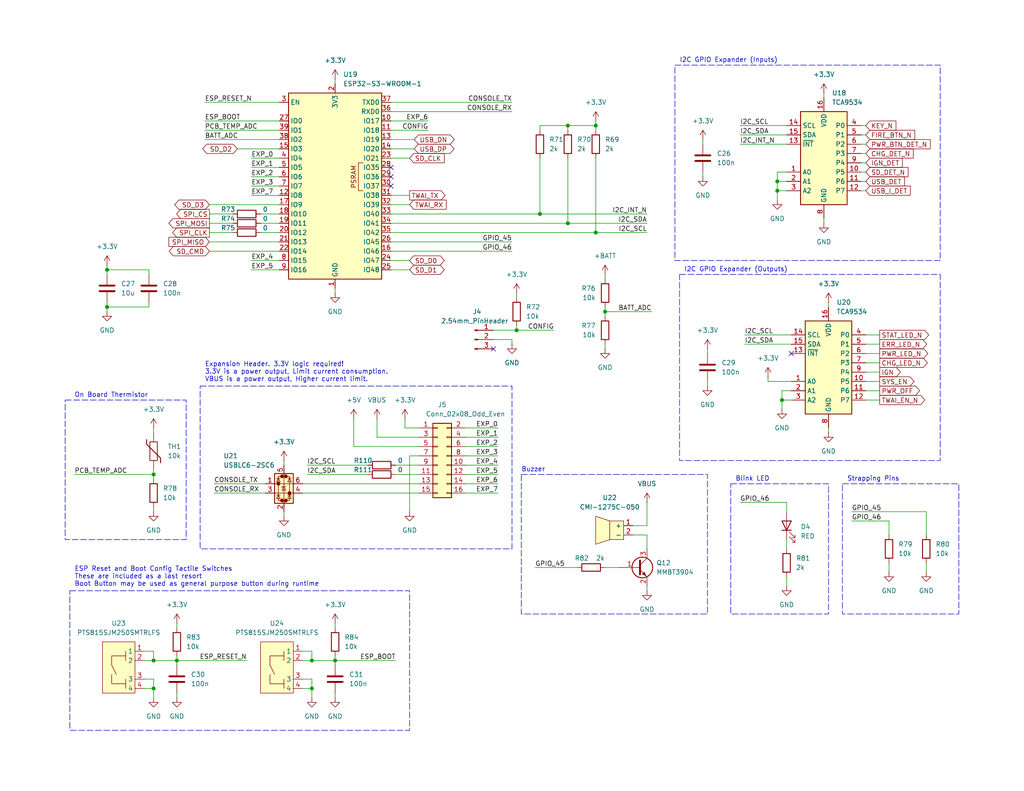
<source format=kicad_sch>
(kicad_sch (version 20231120) (generator "eeschema") (generator_version "8.0")
  (paper "A")
  (title_block (title "Unify") (date "2025-02-26") (rev "1") (company "Rocket Propulsion Group, UNL") (comment 1 "Jack Shaver"))
  (lib_symbols
    (symbol "Connector:Conn_01x03_Pin" (pin_names (offset 1.016) hide)
      (property "Reference" "J" (at 0 5.08 0))
      (property "Value" "Conn_01x03_Pin" (at 0 -5.08 0))
      (symbol "Conn_01x03_Pin_1_1"
        (pin passive line (at 5.08 2.54 180) (length 3.81) (name "Pin_1") (number "1"))
        (pin passive line (at 5.08 0 180) (length 3.81) (name "Pin_2") (number "2"))
        (pin passive line (at 5.08 -2.54 180) (length 3.81) (name "Pin_3") (number "3"))
      )
    )
    (symbol "Connector_Generic:Conn_02x08_Odd_Even" (pin_names (offset 1.016) hide)
      (property "Reference" "J" (at 1.27 10.16 0))
      (property "Value" "Conn_02x08_Odd_Even" (at 1.27 -12.7 0))
      (symbol "Conn_02x08_Odd_Even_1_1"
        (pin passive line (at -5.08 7.62 0) (length 3.81) (name "Pin_1") (number "1"))
        (pin passive line (at 7.62 -2.54 180) (length 3.81) (name "Pin_10") (number "10"))
        (pin passive line (at -5.08 -5.08 0) (length 3.81) (name "Pin_11") (number "11"))
        (pin passive line (at 7.62 -5.08 180) (length 3.81) (name "Pin_12") (number "12"))
        (pin passive line (at -5.08 -7.62 0) (length 3.81) (name "Pin_13") (number "13"))
        (pin passive line (at 7.62 -7.62 180) (length 3.81) (name "Pin_14") (number "14"))
        (pin passive line (at -5.08 -10.16 0) (length 3.81) (name "Pin_15") (number "15"))
        (pin passive line (at 7.62 -10.16 180) (length 3.81) (name "Pin_16") (number "16"))
        (pin passive line (at 7.62 7.62 180) (length 3.81) (name "Pin_2") (number "2"))
        (pin passive line (at -5.08 5.08 0) (length 3.81) (name "Pin_3") (number "3"))
        (pin passive line (at 7.62 5.08 180) (length 3.81) (name "Pin_4") (number "4"))
        (pin passive line (at -5.08 2.54 0) (length 3.81) (name "Pin_5") (number "5"))
        (pin passive line (at 7.62 2.54 180) (length 3.81) (name "Pin_6") (number "6"))
        (pin passive line (at -5.08 0 0) (length 3.81) (name "Pin_7") (number "7"))
        (pin passive line (at 7.62 0 180) (length 3.81) (name "Pin_8") (number "8"))
        (pin passive line (at -5.08 -2.54 0) (length 3.81) (name "Pin_9") (number "9"))
      )
    )
    (symbol "Device:C" (pin_numbers hide) (pin_names (offset 0.254))
      (property "Reference" "C" (at 0.635 2.54 0))
      (property "Value" "C" (at 0.635 -2.54 0))
      (symbol "C_1_1"
        (pin passive line (at 0 3.81 270) (length 2.794) (name "~") (number "1"))
        (pin passive line (at 0 -3.81 90) (length 2.794) (name "~") (number "2"))
      )
    )
    (symbol "Device:LED" (pin_numbers hide) (pin_names (offset 1.016) hide)
      (property "Reference" "D" (at 0 2.54 0))
      (property "Value" "LED" (at 0 -2.54 0))
      (symbol "LED_1_1"
        (pin passive line (at -3.81 0 0) (length 2.54) (name "K") (number "1"))
        (pin passive line (at 3.81 0 180) (length 2.54) (name "A") (number "2"))
      )
    )
    (symbol "Device:R" (pin_numbers hide) (pin_names (offset 0))
      (property "Reference" "R" (at 2.032 0 90))
      (property "Value" "R" (at 0 0 90))
      (symbol "R_1_1"
        (pin passive line (at 0 3.81 270) (length 1.27) (name "~") (number "1"))
        (pin passive line (at 0 -3.81 90) (length 1.27) (name "~") (number "2"))
      )
    )
    (symbol "Device:Thermistor" (pin_numbers hide) (pin_names (offset 0))
      (property "Reference" "TH" (at 2.54 1.27 90))
      (property "Value" "Thermistor" (at -2.54 0 90))
      (symbol "Thermistor_1_1"
        (pin passive line (at 0 5.08 270) (length 2.54) (name "~") (number "1"))
        (pin passive line (at 0 -5.08 90) (length 2.54) (name "~") (number "2"))
      )
    )
    (symbol "Interface_Expansion:TCA9534"
      (property "Reference" "U" (at -6.35 12.7 0))
      (property "Value" "TCA9534" (at 2.54 12.7 0))
      (symbol "TCA9534_1_1"
        (pin input line (at -10.16 -5.08 0) (length 3.81) (name "A0") (number "1"))
        (pin bidirectional line (at 10.16 -5.08 180) (length 3.81) (name "P5") (number "10"))
        (pin bidirectional line (at 10.16 -7.62 180) (length 3.81) (name "P6") (number "11"))
        (pin bidirectional line (at 10.16 -10.16 180) (length 3.81) (name "P7") (number "12"))
        (pin open_collector line (at -10.16 2.54 0) (length 3.81) (name "~{INT}") (number "13"))
        (pin input line (at -10.16 7.62 0) (length 3.81) (name "SCL") (number "14"))
        (pin bidirectional line (at -10.16 5.08 0) (length 3.81) (name "SDA") (number "15"))
        (pin power_in line (at 0 15.24 270) (length 3.81) (name "VDD") (number "16"))
        (pin input line (at -10.16 -7.62 0) (length 3.81) (name "A1") (number "2"))
        (pin input line (at -10.16 -10.16 0) (length 3.81) (name "A2") (number "3"))
        (pin bidirectional line (at 10.16 7.62 180) (length 3.81) (name "P0") (number "4"))
        (pin bidirectional line (at 10.16 5.08 180) (length 3.81) (name "P1") (number "5"))
        (pin bidirectional line (at 10.16 2.54 180) (length 3.81) (name "P2") (number "6"))
        (pin bidirectional line (at 10.16 0 180) (length 3.81) (name "P3") (number "7"))
        (pin power_in line (at 0 -17.78 90) (length 3.81) (name "GND") (number "8"))
        (pin bidirectional line (at 10.16 -2.54 180) (length 3.81) (name "P4") (number "9"))
      )
    )
    (symbol "Power_Protection:USBLC6-2SC6" (pin_names hide)
      (property "Reference" "U" (at 0.635 5.715 0))
      (property "Value" "USBLC6-2SC6" (at 0.635 3.81 0))
      (symbol "USBLC6-2SC6_1_1"
        (pin passive line (at -5.08 0 0) (length 2.54) (name "I/O1") (number "1"))
        (pin passive line (at 0 -7.62 90) (length 2.54) (name "GND") (number "2"))
        (pin passive line (at -5.08 -2.54 0) (length 2.54) (name "I/O2") (number "3"))
        (pin passive line (at 5.08 -2.54 180) (length 2.54) (name "I/O2") (number "4"))
        (pin passive line (at 0 5.08 270) (length 2.54) (name "VBUS") (number "5"))
        (pin passive line (at 5.08 0 180) (length 2.54) (name "I/O1") (number "6"))
      )
    )
    (symbol "RF_Module:ESP32-S3-WROOM-1"
      (property "Reference" "U" (at -12.7 26.67 0))
      (property "Value" "ESP32-S3-WROOM-1" (at 12.7 26.67 0))
      (symbol "ESP32-S3-WROOM-1_0_0"
        (text "PSRAM" (at 5.08 2.54 900) (effects (font (size 1.27 1.27))))
      )
      (symbol "ESP32-S3-WROOM-1_1_1"
        (pin power_in line (at 0 -27.94 90) (length 2.54) (name "GND") (number "1"))
        (pin bidirectional line (at 15.24 17.78 180) (length 2.54) (name "IO17") (number "10"))
        (pin bidirectional line (at 15.24 15.24 180) (length 2.54) (name "IO18") (number "11"))
        (pin bidirectional line (at -15.24 -2.54 0) (length 2.54) (name "IO8") (number "12"))
        (pin bidirectional line (at 15.24 12.7 180) (length 2.54) (name "IO19") (number "13"))
        (pin bidirectional line (at 15.24 10.16 180) (length 2.54) (name "IO20") (number "14"))
        (pin bidirectional line (at -15.24 10.16 0) (length 2.54) (name "IO3") (number "15"))
        (pin bidirectional line (at 15.24 -17.78 180) (length 2.54) (name "IO46") (number "16"))
        (pin bidirectional line (at -15.24 -5.08 0) (length 2.54) (name "IO9") (number "17"))
        (pin bidirectional line (at -15.24 -7.62 0) (length 2.54) (name "IO10") (number "18"))
        (pin bidirectional line (at -15.24 -10.16 0) (length 2.54) (name "IO11") (number "19"))
        (pin power_in line (at 0 27.94 270) (length 2.54) (name "3V3") (number "2"))
        (pin bidirectional line (at -15.24 -12.7 0) (length 2.54) (name "IO12") (number "20"))
        (pin bidirectional line (at -15.24 -15.24 0) (length 2.54) (name "IO13") (number "21"))
        (pin bidirectional line (at -15.24 -17.78 0) (length 2.54) (name "IO14") (number "22"))
        (pin bidirectional line (at 15.24 7.62 180) (length 2.54) (name "IO21") (number "23"))
        (pin bidirectional line (at 15.24 -20.32 180) (length 2.54) (name "IO47") (number "24"))
        (pin bidirectional line (at 15.24 -22.86 180) (length 2.54) (name "IO48") (number "25"))
        (pin bidirectional line (at 15.24 -15.24 180) (length 2.54) (name "IO45") (number "26"))
        (pin bidirectional line (at -15.24 17.78 0) (length 2.54) (name "IO0") (number "27"))
        (pin bidirectional line (at 15.24 5.08 180) (length 2.54) (name "IO35") (number "28"))
        (pin bidirectional line (at 15.24 2.54 180) (length 2.54) (name "IO36") (number "29"))
        (pin input line (at -15.24 22.86 0) (length 2.54) (name "EN") (number "3"))
        (pin bidirectional line (at 15.24 0 180) (length 2.54) (name "IO37") (number "30"))
        (pin bidirectional line (at 15.24 -2.54 180) (length 2.54) (name "IO38") (number "31"))
        (pin bidirectional line (at 15.24 -5.08 180) (length 2.54) (name "IO39") (number "32"))
        (pin bidirectional line (at 15.24 -7.62 180) (length 2.54) (name "IO40") (number "33"))
        (pin bidirectional line (at 15.24 -10.16 180) (length 2.54) (name "IO41") (number "34"))
        (pin bidirectional line (at 15.24 -12.7 180) (length 2.54) (name "IO42") (number "35"))
        (pin bidirectional line (at 15.24 20.32 180) (length 2.54) (name "RXD0") (number "36"))
        (pin bidirectional line (at 15.24 22.86 180) (length 2.54) (name "TXD0") (number "37"))
        (pin bidirectional line (at -15.24 12.7 0) (length 2.54) (name "IO2") (number "38"))
        (pin bidirectional line (at -15.24 15.24 0) (length 2.54) (name "IO1") (number "39"))
        (pin bidirectional line (at -15.24 7.62 0) (length 2.54) (name "IO4") (number "4"))
        (pin passive line (at 0 -27.94 90) (length 2.54) hide (name "GND") (number "40"))
        (pin passive line (at 0 -27.94 90) (length 2.54) hide (name "GND") (number "41"))
        (pin bidirectional line (at -15.24 5.08 0) (length 2.54) (name "IO5") (number "5"))
        (pin bidirectional line (at -15.24 2.54 0) (length 2.54) (name "IO6") (number "6"))
        (pin bidirectional line (at -15.24 0 0) (length 2.54) (name "IO7") (number "7"))
        (pin bidirectional line (at -15.24 -20.32 0) (length 2.54) (name "IO15") (number "8"))
        (pin bidirectional line (at -15.24 -22.86 0) (length 2.54) (name "IO16") (number "9"))
      )
    )
    (symbol "Transistor_BJT:MMBT3904" (pin_names (offset 0) hide)
      (property "Reference" "Q" (at 5.08 1.905 0))
      (property "Value" "MMBT3904" (at 5.08 0 0))
      (symbol "MMBT3904_1_1"
        (pin input line (at -5.08 0 0) (length 5.715) (name "B") (number "1"))
        (pin passive line (at 2.54 -5.08 90) (length 2.54) (name "E") (number "2"))
        (pin passive line (at 2.54 5.08 270) (length 2.54) (name "C") (number "3"))
      )
    )
    (symbol "Unify:CMI-1275C-050"
      (property "Reference" "U" (at -0.508 3.556 0))
      (property "Value" "CMI-1275C-050" (at -0.508 0.254 0))
      (symbol "CMI-1275C-050_0_0"
        (pin unspecified line (at -6.35 -3.81 0) (length 2.54) (name "+") (number "1"))
        (pin unspecified line (at -6.35 -6.35 0) (length 2.54) (name "-") (number "2"))
      )
    )
    (symbol "Unify:PTS815SJM250SMTRLFS"
      (property "Reference" "U" (at -0.254 8.128 0))
      (property "Value" "PTS815SJM250SMTRLFS" (at 0.762 6.096 0))
      (symbol "PTS815SJM250SMTRLFS_1_1"
        (pin input line (at 8.89 2.54 180) (length 2.54) (name "1") (number "1"))
        (pin input line (at 8.89 0 180) (length 2.54) (name "2") (number "2"))
        (pin input line (at 8.89 -5.08 180) (length 2.54) (name "3") (number "3"))
        (pin input line (at 8.89 -7.62 180) (length 2.54) (name "4") (number "4"))
      )
    )
    (symbol "power:+3.3V" (power) (pin_numbers hide) (pin_names (offset 0) hide)
      (property "Value" "+3.3V" (at 0 3.556 0))
      (symbol "+3.3V_1_1"
        (pin power_in line (at 0 0 90) (length 0) (name "~") (number "1"))
      )
    )
    (symbol "power:+5V" (power) (pin_numbers hide) (pin_names (offset 0) hide)
      (property "Value" "+5V" (at 0 3.556 0))
      (symbol "+5V_1_1"
        (pin power_in line (at 0 0 90) (length 0) (name "~") (number "1"))
      )
    )
    (symbol "power:+BATT" (power) (pin_numbers hide) (pin_names (offset 0) hide)
      (property "Value" "+BATT" (at 0 3.556 0))
      (symbol "+BATT_1_1"
        (pin power_in line (at 0 0 90) (length 0) (name "~") (number "1"))
      )
    )
    (symbol "power:GND" (power) (pin_numbers hide) (pin_names (offset 0) hide)
      (property "Value" "GND" (at 0 -3.81 0))
      (symbol "GND_1_1"
        (pin power_in line (at 0 0 270) (length 0) (name "~") (number "1"))
      )
    )
    (symbol "power:VBUS" (power) (pin_numbers hide) (pin_names (offset 0) hide)
      (property "Value" "VBUS" (at 0 3.556 0))
      (symbol "VBUS_1_1"
        (pin power_in line (at 0 0 90) (length 0) (name "~") (number "1"))
      )
    )
  )
  (junction (at 213.36 109.22))
  (junction (at 162.56 34.29))
  (junction (at 162.56 63.5))
  (junction (at 154.94 34.29))
  (junction (at 41.91 187.96))
  (junction (at 29.21 73.66))
  (junction (at 140.97 90.17))
  (junction (at 29.21 83.82))
  (junction (at 212.09 49.53))
  (junction (at 85.09 180.34))
  (junction (at 165.1 85.09))
  (junction (at 154.94 60.96))
  (junction (at 85.09 187.96))
  (junction (at 41.91 129.54))
  (junction (at 48.26 180.34))
  (junction (at 91.44 180.34))
  (junction (at 147.32 58.42))
  (junction (at 41.91 180.34))
  (junction (at 212.09 52.07))
  (no_connect (at 106.68 50.8))
  (no_connect (at 134.62 95.25))
  (no_connect (at 215.9 96.52))
  (no_connect (at 106.68 45.72))
  (no_connect (at 106.68 48.26))
  (wire (pts (xy 135.89 121.92) (xy 127 121.92)))
  (wire (pts (xy 154.94 60.96) (xy 176.53 60.96)))
  (wire (pts (xy 209.55 104.14) (xy 215.9 104.14)))
  (wire (pts (xy 102.87 119.38) (xy 114.3 119.38)))
  (wire (pts (xy 224.79 59.69) (xy 224.79 60.96)))
  (wire (pts (xy 111.76 55.88) (xy 106.68 55.88)))
  (wire (pts (xy 113.03 38.1) (xy 106.68 38.1)))
  (wire (pts (xy 68.58 71.12) (xy 76.2 71.12)))
  (wire (pts (xy 201.93 34.29) (xy 214.63 34.29)))
  (wire (pts (xy 64.77 40.64) (xy 76.2 40.64)))
  (wire (pts (xy 236.22 49.53) (xy 234.95 49.53)))
  (wire (pts (xy 111.76 73.66) (xy 106.68 73.66)))
  (wire (pts (xy 57.15 63.5) (xy 63.5 63.5)))
  (wire (pts (xy 135.89 129.54) (xy 127 129.54)))
  (wire (pts (xy 77.47 139.7) (xy 77.47 140.97)))
  (wire (pts (xy 236.22 44.45) (xy 234.95 44.45)))
  (wire (pts (xy 154.94 34.29) (xy 154.94 35.56)))
  (wire (pts (xy 57.15 58.42) (xy 63.5 58.42)))
  (wire (pts (xy 106.68 30.48) (xy 139.7 30.48)))
  (wire (pts (xy 39.37 177.8) (xy 41.91 177.8)))
  (wire (pts (xy 234.95 39.37) (xy 236.22 39.37)))
  (wire (pts (xy 154.94 43.18) (xy 154.94 60.96)))
  (wire (pts (xy 203.2 91.44) (xy 215.9 91.44)))
  (wire (pts (xy 72.39 132.08) (xy 58.42 132.08)))
  (wire (pts (xy 236.22 101.6) (xy 240.03 101.6)))
  (wire (pts (xy 85.09 177.8) (xy 85.09 180.34)))
  (wire (pts (xy 91.44 179.07) (xy 91.44 180.34)))
  (wire (pts (xy 240.03 93.98) (xy 236.22 93.98)))
  (wire (pts (xy 102.87 114.3) (xy 102.87 119.38)))
  (wire (pts (xy 110.49 116.84) (xy 114.3 116.84)))
  (wire (pts (xy 41.91 129.54) (xy 41.91 130.81)))
  (wire (pts (xy 106.68 27.94) (xy 139.7 27.94)))
  (wire (pts (xy 96.52 121.92) (xy 114.3 121.92)))
  (wire (pts (xy 165.1 95.25) (xy 165.1 93.98)))
  (wire (pts (xy 111.76 71.12) (xy 106.68 71.12)))
  (wire (pts (xy 224.79 25.4) (xy 224.79 26.67)))
  (wire (pts (xy 55.88 33.02) (xy 76.2 33.02)))
  (wire (pts (xy 193.04 95.25) (xy 193.04 96.52)))
  (wire (pts (xy 232.41 139.7) (xy 252.73 139.7)))
  (wire (pts (xy 240.03 96.52) (xy 236.22 96.52)))
  (wire (pts (xy 41.91 138.43) (xy 41.91 139.7)))
  (wire (pts (xy 71.12 60.96) (xy 76.2 60.96)))
  (wire (pts (xy 162.56 63.5) (xy 176.53 63.5)))
  (wire (pts (xy 147.32 58.42) (xy 176.53 58.42)))
  (wire (pts (xy 20.32 129.54) (xy 41.91 129.54)))
  (wire (pts (xy 135.89 127) (xy 127 127)))
  (wire (pts (xy 147.32 43.18) (xy 147.32 58.42)))
  (wire (pts (xy 48.26 180.34) (xy 48.26 181.61)))
  (wire (pts (xy 212.09 46.99) (xy 214.63 46.99)))
  (wire (pts (xy 214.63 147.32) (xy 214.63 149.86)))
  (wire (pts (xy 212.09 49.53) (xy 212.09 46.99)))
  (wire (pts (xy 91.44 21.59) (xy 91.44 22.86)))
  (wire (pts (xy 82.55 180.34) (xy 85.09 180.34)))
  (wire (pts (xy 40.64 83.82) (xy 29.21 83.82)))
  (wire (pts (xy 41.91 180.34) (xy 48.26 180.34)))
  (wire (pts (xy 107.95 129.54) (xy 114.3 129.54)))
  (wire (pts (xy 106.68 35.56) (xy 116.84 35.56)))
  (wire (pts (xy 242.57 142.24) (xy 242.57 146.05)))
  (wire (pts (xy 85.09 180.34) (xy 91.44 180.34)))
  (wire (pts (xy 134.62 92.71) (xy 139.7 92.71)))
  (wire (pts (xy 71.12 63.5) (xy 76.2 63.5)))
  (wire (pts (xy 191.77 46.99) (xy 191.77 48.26)))
  (wire (pts (xy 226.06 116.84) (xy 226.06 118.11)))
  (wire (pts (xy 111.76 43.18) (xy 106.68 43.18)))
  (wire (pts (xy 106.68 60.96) (xy 154.94 60.96)))
  (wire (pts (xy 201.93 36.83) (xy 214.63 36.83)))
  (wire (pts (xy 135.89 124.46) (xy 127 124.46)))
  (wire (pts (xy 236.22 104.14) (xy 240.03 104.14)))
  (wire (pts (xy 111.76 53.34) (xy 106.68 53.34)))
  (wire (pts (xy 82.55 187.96) (xy 85.09 187.96)))
  (wire (pts (xy 91.44 170.18) (xy 91.44 171.45)))
  (wire (pts (xy 83.82 129.54) (xy 100.33 129.54)))
  (wire (pts (xy 91.44 180.34) (xy 107.95 180.34)))
  (wire (pts (xy 111.76 124.46) (xy 114.3 124.46)))
  (wire (pts (xy 236.22 52.07) (xy 234.95 52.07)))
  (wire (pts (xy 214.63 157.48) (xy 214.63 160.02)))
  (wire (pts (xy 48.26 189.23) (xy 48.26 190.5)))
  (wire (pts (xy 48.26 179.07) (xy 48.26 180.34)))
  (wire (pts (xy 140.97 88.9) (xy 140.97 90.17)))
  (wire (pts (xy 68.58 50.8) (xy 76.2 50.8)))
  (wire (pts (xy 162.56 43.18) (xy 162.56 63.5)))
  (wire (pts (xy 48.26 170.18) (xy 48.26 171.45)))
  (wire (pts (xy 135.89 132.08) (xy 127 132.08)))
  (wire (pts (xy 82.55 177.8) (xy 85.09 177.8)))
  (wire (pts (xy 40.64 74.93) (xy 40.64 73.66)))
  (wire (pts (xy 72.39 134.62) (xy 58.42 134.62)))
  (wire (pts (xy 106.68 66.04) (xy 139.7 66.04)))
  (wire (pts (xy 41.91 177.8) (xy 41.91 180.34)))
  (wire (pts (xy 212.09 54.61) (xy 212.09 52.07)))
  (wire (pts (xy 213.36 111.76) (xy 213.36 109.22)))
  (wire (pts (xy 110.49 114.3) (xy 110.49 116.84)))
  (wire (pts (xy 151.13 90.17) (xy 140.97 90.17)))
  (wire (pts (xy 234.95 34.29) (xy 236.22 34.29)))
  (wire (pts (xy 29.21 82.55) (xy 29.21 83.82)))
  (wire (pts (xy 40.64 73.66) (xy 29.21 73.66)))
  (wire (pts (xy 41.91 116.84) (xy 41.91 118.11)))
  (wire (pts (xy 41.91 187.96) (xy 41.91 190.5)))
  (wire (pts (xy 91.44 180.34) (xy 91.44 181.61)))
  (wire (pts (xy 107.95 127) (xy 114.3 127)))
  (wire (pts (xy 212.09 49.53) (xy 214.63 49.53)))
  (wire (pts (xy 176.53 160.02) (xy 176.53 161.29)))
  (wire (pts (xy 234.95 36.83) (xy 236.22 36.83)))
  (wire (pts (xy 135.89 116.84) (xy 127 116.84)))
  (wire (pts (xy 111.76 124.46) (xy 111.76 139.7)))
  (wire (pts (xy 113.03 40.64) (xy 106.68 40.64)))
  (wire (pts (xy 106.68 58.42) (xy 147.32 58.42)))
  (wire (pts (xy 140.97 80.01) (xy 140.97 81.28)))
  (wire (pts (xy 57.15 60.96) (xy 63.5 60.96)))
  (wire (pts (xy 162.56 34.29) (xy 162.56 35.56)))
  (wire (pts (xy 85.09 187.96) (xy 85.09 190.5)))
  (wire (pts (xy 82.55 185.42) (xy 85.09 185.42)))
  (wire (pts (xy 39.37 180.34) (xy 41.91 180.34)))
  (wire (pts (xy 232.41 142.24) (xy 242.57 142.24)))
  (wire (pts (xy 252.73 139.7) (xy 252.73 146.05)))
  (wire (pts (xy 176.53 146.05) (xy 172.72 146.05)))
  (wire (pts (xy 106.68 63.5) (xy 162.56 63.5)))
  (wire (pts (xy 236.22 109.22) (xy 240.03 109.22)))
  (wire (pts (xy 203.2 93.98) (xy 215.9 93.98)))
  (wire (pts (xy 106.68 68.58) (xy 139.7 68.58)))
  (wire (pts (xy 213.36 109.22) (xy 215.9 109.22)))
  (wire (pts (xy 82.55 132.08) (xy 114.3 132.08)))
  (wire (pts (xy 212.09 52.07) (xy 212.09 49.53)))
  (wire (pts (xy 201.93 39.37) (xy 214.63 39.37)))
  (wire (pts (xy 91.44 80.01) (xy 91.44 78.74)))
  (wire (pts (xy 91.44 189.23) (xy 91.44 190.5)))
  (wire (pts (xy 162.56 33.02) (xy 162.56 34.29)))
  (wire (pts (xy 29.21 73.66) (xy 29.21 74.93)))
  (wire (pts (xy 57.15 55.88) (xy 76.2 55.88)))
  (wire (pts (xy 29.21 72.39) (xy 29.21 73.66)))
  (wire (pts (xy 41.91 128.27) (xy 41.91 129.54)))
  (wire (pts (xy 165.1 74.93) (xy 165.1 76.2)))
  (wire (pts (xy 140.97 90.17) (xy 134.62 90.17)))
  (wire (pts (xy 127 134.62) (xy 135.89 134.62)))
  (wire (pts (xy 57.15 66.04) (xy 76.2 66.04)))
  (wire (pts (xy 240.03 99.06) (xy 236.22 99.06)))
  (wire (pts (xy 40.64 82.55) (xy 40.64 83.82)))
  (wire (pts (xy 68.58 43.18) (xy 76.2 43.18)))
  (wire (pts (xy 82.55 134.62) (xy 114.3 134.62)))
  (wire (pts (xy 214.63 137.16) (xy 214.63 139.7)))
  (wire (pts (xy 213.36 109.22) (xy 213.36 106.68)))
  (wire (pts (xy 77.47 125.73) (xy 77.47 127)))
  (wire (pts (xy 240.03 106.68) (xy 236.22 106.68)))
  (wire (pts (xy 252.73 153.67) (xy 252.73 156.21)))
  (wire (pts (xy 242.57 153.67) (xy 242.57 156.21)))
  (wire (pts (xy 106.68 33.02) (xy 116.84 33.02)))
  (wire (pts (xy 68.58 73.66) (xy 76.2 73.66)))
  (wire (pts (xy 201.93 137.16) (xy 214.63 137.16)))
  (wire (pts (xy 135.89 119.38) (xy 127 119.38)))
  (wire (pts (xy 39.37 185.42) (xy 41.91 185.42)))
  (wire (pts (xy 55.88 35.56) (xy 76.2 35.56)))
  (wire (pts (xy 212.09 52.07) (xy 214.63 52.07)))
  (wire (pts (xy 177.8 85.09) (xy 165.1 85.09)))
  (wire (pts (xy 165.1 154.94) (xy 168.91 154.94)))
  (wire (pts (xy 165.1 85.09) (xy 165.1 83.82)))
  (wire (pts (xy 209.55 102.87) (xy 209.55 104.14)))
  (wire (pts (xy 68.58 53.34) (xy 76.2 53.34)))
  (wire (pts (xy 85.09 185.42) (xy 85.09 187.96)))
  (wire (pts (xy 147.32 35.56) (xy 147.32 34.29)))
  (wire (pts (xy 154.94 34.29) (xy 162.56 34.29)))
  (wire (pts (xy 57.15 68.58) (xy 76.2 68.58)))
  (wire (pts (xy 213.36 106.68) (xy 215.9 106.68)))
  (wire (pts (xy 176.53 137.16) (xy 176.53 143.51)))
  (wire (pts (xy 236.22 46.99) (xy 234.95 46.99)))
  (wire (pts (xy 83.82 127) (xy 100.33 127)))
  (wire (pts (xy 71.12 58.42) (xy 76.2 58.42)))
  (wire (pts (xy 41.91 187.96) (xy 39.37 187.96)))
  (wire (pts (xy 193.04 104.14) (xy 193.04 105.41)))
  (wire (pts (xy 139.7 92.71) (xy 139.7 93.98)))
  (wire (pts (xy 176.53 143.51) (xy 172.72 143.51)))
  (wire (pts (xy 68.58 45.72) (xy 76.2 45.72)))
  (wire (pts (xy 146.05 154.94) (xy 157.48 154.94)))
  (wire (pts (xy 240.03 91.44) (xy 236.22 91.44)))
  (wire (pts (xy 55.88 27.94) (xy 76.2 27.94)))
  (wire (pts (xy 96.52 114.3) (xy 96.52 121.92)))
  (wire (pts (xy 191.77 38.1) (xy 191.77 39.37)))
  (wire (pts (xy 176.53 146.05) (xy 176.53 149.86)))
  (wire (pts (xy 165.1 86.36) (xy 165.1 85.09)))
  (wire (pts (xy 41.91 185.42) (xy 41.91 187.96)))
  (wire (pts (xy 226.06 82.55) (xy 226.06 83.82)))
  (wire (pts (xy 147.32 34.29) (xy 154.94 34.29)))
  (wire (pts (xy 55.88 38.1) (xy 76.2 38.1)))
  (wire (pts (xy 68.58 48.26) (xy 76.2 48.26)))
  (wire (pts (xy 29.21 83.82) (xy 29.21 85.09)))
  (wire (pts (xy 236.22 41.91) (xy 234.95 41.91)))
  (wire (pts (xy 48.26 180.34) (xy 67.31 180.34)))
  (rectangle (start 19.05 161.29) (end 111.76 199.39) (stroke (width 0) (type dash)))
  (rectangle (start 184.15 17.78) (end 256.54 71.12) (stroke (width 0) (type dash)))
  (rectangle (start 54.61 105.41) (end 139.7 149.86) (stroke (width 0) (type dash)))
  (rectangle (start 142.24 129.54) (end 193.04 167.64) (stroke (width 0) (type dash)))
  (rectangle (start 229.87 132.08) (end 261.62 167.64) (stroke (width 0) (type dash)))
  (rectangle (start 185.42 74.93) (end 256.54 125.73) (stroke (width 0) (type dash)))
  (rectangle (start 17.78 109.22) (end 50.8 147.32) (stroke (width 0) (type dash)))
  (rectangle (start 199.39 132.08) (end 226.06 167.64) (stroke (width 0) (type dash)))
  (text "On Board Thermistor" (at 20.32 107.95 0) (effects (font (size 1.27 1.27)) (justify left)))
  (text "Strapping Pins" (at 231.14 130.81 0) (effects (font (size 1.27 1.27)) (justify left)))
  (text "Expansion Header. 3.3V logic required!\n3.3V is a power output, Limit current consumption.\nVBUS is a power output, Higher current limit. " (at 55.88 101.6 0) (effects (font (size 1.27 1.27)) (justify left)))
  (text "Buzzer" (at 142.24 128.27 0) (effects (font (size 1.27 1.27)) (justify left)))
  (text "ESP Reset and Boot Config Tactile Switches\nThese are included as a last resort\nBoot Button may be used as general purpose button during runtime" (at 20.32 157.48 0) (effects (font (size 1.27 1.27)) (justify left)))
  (text "I2C GPIO Expander (Outputs)" (at 186.69 73.66 0) (effects (font (size 1.27 1.27)) (justify left)))
  (text "I2C GPIO Expander (Inputs)" (at 185.42 16.51 0) (effects (font (size 1.27 1.27)) (justify left)))
  (text "Blink LED" (at 200.66 130.81 0) (effects (font (size 1.27 1.27)) (justify left)))
  (label "EXP_4" (at 68.58 71.12 0))
  (label "EXP_3" (at 135.89 124.46 180))
  (label "CONSOLE_TX" (at 139.7 27.94 180))
  (label "CONSOLE_TX" (at 58.42 132.08 0))
  (label "PCB_TEMP_ADC" (at 55.88 35.56 0))
  (label "EXP_6" (at 135.89 132.08 180))
  (label "CONSOLE_RX" (at 58.42 134.62 0))
  (label "EXP_5" (at 135.89 129.54 180))
  (label "EXP_4" (at 135.89 127 180))
  (label "CONFIG" (at 151.13 90.17 180))
  (label "I2C_SDA" (at 203.2 93.98 0))
  (label "BATT_ADC" (at 55.88 38.1 0))
  (label "EXP_5" (at 68.58 73.66 0))
  (label "I2C_SDA" (at 83.82 129.54 0))
  (label "EXP_7" (at 135.89 134.62 180))
  (label "EXP_1" (at 68.58 45.72 0))
  (label "I2C_INT_N" (at 201.93 39.37 0))
  (label "GPIO_46" (at 139.7 68.58 180))
  (label "ESP_RESET_N" (at 67.31 180.34 180))
  (label "BATT_ADC" (at 177.8 85.09 180))
  (label "EXP_6" (at 116.84 33.02 180))
  (label "EXP_2" (at 135.89 121.92 180))
  (label "GPIO_45" (at 146.05 154.94 0))
  (label "PCB_TEMP_ADC" (at 20.32 129.54 0))
  (label "I2C_INT_N" (at 176.53 58.42 180))
  (label "I2C_SCL" (at 201.93 34.29 0))
  (label "GPIO_46" (at 232.41 142.24 0))
  (label "I2C_SCL" (at 203.2 91.44 0))
  (label "I2C_SDA" (at 201.93 36.83 0))
  (label "ESP_BOOT" (at 55.88 33.02 0))
  (label "I2C_SCL" (at 176.53 63.5 180))
  (label "I2C_SDA" (at 176.53 60.96 180))
  (label "ESP_RESET_N" (at 55.88 27.94 0))
  (label "GPIO_46" (at 201.93 137.16 0))
  (label "EXP_2" (at 68.58 48.26 0))
  (label "EXP_1" (at 135.89 119.38 180))
  (label "EXP_0" (at 135.89 116.84 180))
  (label "CONSOLE_RX" (at 139.7 30.48 180))
  (label "CONFIG" (at 116.84 35.56 180))
  (label "EXP_0" (at 68.58 43.18 0))
  (label "GPIO_45" (at 232.41 139.7 0))
  (label "ESP_BOOT" (at 107.95 180.34 180))
  (label "EXP_7" (at 68.58 53.34 0))
  (label "EXP_3" (at 68.58 50.8 0))
  (label "GPIO_45" (at 139.7 66.04 180))
  (label "I2C_SCL" (at 83.82 127 0))
  (global_label "PWR_LED_N" (shape output) (at 240.03 96.52 0) (property "Intersheetrefs" "${INTERSHEET_REFS}" (effects (hide yes))))
  (global_label "CHG_DET_N" (shape input) (at 236.22 41.91 0) (property "Intersheetrefs" "${INTERSHEET_REFS}" (effects (hide yes))))
  (global_label "STAT_LED_N" (shape output) (at 240.03 91.44 0) (property "Intersheetrefs" "${INTERSHEET_REFS}" (effects (hide yes))))
  (global_label "SPI_MOSI" (shape output) (at 57.15 60.96 180) (property "Intersheetrefs" "${INTERSHEET_REFS}" (effects (hide yes))))
  (global_label "IGN" (shape output) (at 240.03 101.6 0) (property "Intersheetrefs" "${INTERSHEET_REFS}" (effects (hide yes))))
  (global_label "SPI_CLK" (shape output) (at 57.15 63.5 180) (property "Intersheetrefs" "${INTERSHEET_REFS}" (effects (hide yes))))
  (global_label "USB_DP" (shape bidirectional) (at 113.03 40.64 0) (property "Intersheetrefs" "${INTERSHEET_REFS}" (effects (hide yes))))
  (global_label "USB_DN" (shape bidirectional) (at 113.03 38.1 0) (property "Intersheetrefs" "${INTERSHEET_REFS}" (effects (hide yes))))
  (global_label "PWR_BTN_DET_N" (shape input) (at 236.22 39.37 0) (property "Intersheetrefs" "${INTERSHEET_REFS}" (effects (hide yes))))
  (global_label "SD_DET_N" (shape input) (at 236.22 46.99 0) (property "Intersheetrefs" "${INTERSHEET_REFS}" (effects (hide yes))))
  (global_label "SYS_EN" (shape output) (at 240.03 104.14 0) (property "Intersheetrefs" "${INTERSHEET_REFS}" (effects (hide yes))))
  (global_label "CHG_LED_N" (shape output) (at 240.03 99.06 0) (property "Intersheetrefs" "${INTERSHEET_REFS}" (effects (hide yes))))
  (global_label "TWAI_TX" (shape output) (at 111.76 53.34 0) (property "Intersheetrefs" "${INTERSHEET_REFS}" (effects (hide yes))))
  (global_label "ERR_LED_N" (shape output) (at 240.03 93.98 0) (property "Intersheetrefs" "${INTERSHEET_REFS}" (effects (hide yes))))
  (global_label "SD_CMD" (shape bidirectional) (at 57.15 68.58 180) (property "Intersheetrefs" "${INTERSHEET_REFS}" (effects (hide yes))))
  (global_label "SD_D0" (shape bidirectional) (at 111.76 71.12 0) (property "Intersheetrefs" "${INTERSHEET_REFS}" (effects (hide yes))))
  (global_label "USB_I_DET" (shape input) (at 236.22 52.07 0) (property "Intersheetrefs" "${INTERSHEET_REFS}" (effects (hide yes))))
  (global_label "SD_D1" (shape bidirectional) (at 111.76 73.66 0) (property "Intersheetrefs" "${INTERSHEET_REFS}" (effects (hide yes))))
  (global_label "SPI_CS" (shape output) (at 57.15 58.42 180) (property "Intersheetrefs" "${INTERSHEET_REFS}" (effects (hide yes))))
  (global_label "SD_D3" (shape bidirectional) (at 57.15 55.88 180) (property "Intersheetrefs" "${INTERSHEET_REFS}" (effects (hide yes))))
  (global_label "USB_DET" (shape input) (at 236.22 49.53 0) (property "Intersheetrefs" "${INTERSHEET_REFS}" (effects (hide yes))))
  (global_label "TWAI_RX" (shape input) (at 111.76 55.88 0) (property "Intersheetrefs" "${INTERSHEET_REFS}" (effects (hide yes))))
  (global_label "SD_CLK" (shape input) (at 111.76 43.18 0) (property "Intersheetrefs" "${INTERSHEET_REFS}" (effects (hide yes))))
  (global_label "TWAI_EN_N" (shape output) (at 240.03 109.22 0) (property "Intersheetrefs" "${INTERSHEET_REFS}" (effects (hide yes))))
  (global_label "FIRE_BTN_N" (shape input) (at 236.22 36.83 0) (property "Intersheetrefs" "${INTERSHEET_REFS}" (effects (hide yes))))
  (global_label "IGN_DET" (shape input) (at 236.22 44.45 0) (property "Intersheetrefs" "${INTERSHEET_REFS}" (effects (hide yes))))
  (global_label "PWR_OFF" (shape output) (at 240.03 106.68 0) (property "Intersheetrefs" "${INTERSHEET_REFS}" (effects (hide yes))))
  (global_label "KEY_N" (shape input) (at 236.22 34.29 0) (property "Intersheetrefs" "${INTERSHEET_REFS}" (effects (hide yes))))
  (global_label "SPI_MISO" (shape input) (at 57.15 66.04 180) (property "Intersheetrefs" "${INTERSHEET_REFS}" (effects (hide yes))))
  (global_label "SD_D2" (shape bidirectional) (at 64.77 40.64 180) (property "Intersheetrefs" "${INTERSHEET_REFS}" (effects (hide yes))))
  (symbol (lib_id "Unify:PTS815SJM250SMTRLFS") (at 73.66 180.34 0) (unit 1)
    (property "Reference" "U24" (at 75.565 170.18 0))
    (property "Value" "PTS815SJM250SMTRLFS" (at 75.565 172.72 0))
    (property "Footprint" "Unify:PTS815SJM250SMTRLFS" (effects (hide yes)))
    (property "Description" "Tactile Switch SMT" (effects (hide yes)))
  )
  (symbol (lib_id "Transistor_BJT:MMBT3904") (at 173.99 154.94 0) (unit 1)
    (property "Reference" "Q12" (at 179.07 153.6699 0) (effects (justify left)))
    (property "Value" "MMBT3904" (at 179.07 156.2099 0) (effects (justify left)))
    (property "Footprint" "Package_TO_SOT_SMD:SOT-23" (effects (hide yes)))
    (property "Datasheet" "https://www.onsemi.com/pdf/datasheet/pzt3904-d.pdf" (effects (hide yes)))
    (property "Description" "0.2A Ic, 40V Vce, Small Signal NPN Transistor, SOT-23" (effects (hide yes)))
  )
  (symbol (lib_id "power:+3.3V") (at 209.55 102.87 0) (unit 1)
    (property "Reference" "#PWR0110" (effects (hide yes)))
    (property "Value" "+3.3V" (at 209.55 97.79 0))
    (property "Description" "Power symbol creates a global label with name \"+3.3V\"" (effects (hide yes)))
  )
  (symbol (lib_id "Device:R") (at 165.1 90.17 0) (mirror y) (unit 1)
    (property "Reference" "R77" (at 162.56 88.8999 0) (effects (justify left)))
    (property "Value" "10k" (at 162.56 91.4399 0) (effects (justify left)))
    (property "Footprint" "Resistor_SMD:R_0603_1608Metric" (effects (hide yes)))
    (property "Description" "Resistor" (effects (hide yes)))
  )
  (symbol (lib_id "power:+3.3V") (at 191.77 38.1 0) (unit 1)
    (property "Reference" "#PWR098" (effects (hide yes)))
    (property "Value" "+3.3V" (at 191.77 33.02 0))
    (property "Description" "Power symbol creates a global label with name \"+3.3V\"" (effects (hide yes)))
  )
  (symbol (lib_id "Device:R") (at 67.31 58.42 90) (unit 1)
    (property "Reference" "R73" (at 62.23 57.15 90))
    (property "Value" "0" (at 72.39 57.15 90))
    (property "Footprint" "Resistor_SMD:R_0603_1608Metric" (effects (hide yes)))
    (property "Description" "Resistor" (effects (hide yes)))
  )
  (symbol (lib_id "Device:R") (at 48.26 175.26 0) (unit 1)
    (property "Reference" "R83" (at 50.8 173.9899 0) (effects (justify left)))
    (property "Value" "10k" (at 50.8 176.5299 0) (effects (justify left)))
    (property "Footprint" "Resistor_SMD:R_0603_1608Metric" (effects (hide yes)))
    (property "Description" "Resistor" (effects (hide yes)))
  )
  (symbol (lib_id "Device:LED") (at 214.63 143.51 90) (unit 1)
    (property "Reference" "D4" (at 218.44 143.8274 90) (effects (justify right)))
    (property "Value" "RED" (at 218.44 146.3674 90) (effects (justify right)))
    (property "Footprint" "LED_SMD:LED_0603_1608Metric" (effects (hide yes)))
    (property "Description" "Light emitting diode" (effects (hide yes)))
  )
  (symbol (lib_id "Device:C") (at 29.21 78.74 0) (unit 1)
    (property "Reference" "C27" (at 33.02 77.4699 0) (effects (justify left)))
    (property "Value" "10u" (at 33.02 80.0099 0) (effects (justify left)))
    (property "Footprint" "Capacitor_SMD:C_0603_1608Metric" (effects (hide yes)))
    (property "Description" "Unpolarized capacitor" (effects (hide yes)))
  )
  (symbol (lib_id "Device:R") (at 252.73 149.86 0) (unit 1)
    (property "Reference" "R80" (at 255.27 148.5899 0) (effects (justify left)))
    (property "Value" "10k" (at 255.27 151.1299 0) (effects (justify left)))
    (property "Footprint" "Resistor_SMD:R_0603_1608Metric" (effects (hide yes)))
    (property "Description" "Resistor" (effects (hide yes)))
  )
  (symbol (lib_id "Device:R") (at 67.31 60.96 90) (unit 1)
    (property "Reference" "R74" (at 62.23 59.69 90))
    (property "Value" "0" (at 72.39 59.69 90))
    (property "Footprint" "Resistor_SMD:R_0603_1608Metric" (effects (hide yes)))
    (property "Description" "Resistor" (effects (hide yes)))
  )
  (symbol (lib_id "power:+3.3V") (at 29.21 72.39 0) (unit 1)
    (property "Reference" "#PWR0104" (effects (hide yes)))
    (property "Value" "+3.3V" (at 29.21 67.31 0))
    (property "Description" "Power symbol creates a global label with name \"+3.3V\"" (effects (hide yes)))
  )
  (symbol (lib_id "power:+3.3V") (at 193.04 95.25 0) (unit 1)
    (property "Reference" "#PWR0109" (effects (hide yes)))
    (property "Value" "+3.3V" (at 193.04 90.17 0))
    (property "Description" "Power symbol creates a global label with name \"+3.3V\"" (effects (hide yes)))
  )
  (symbol (lib_id "power:GND") (at 191.77 48.26 0) (unit 1)
    (property "Reference" "#PWR099" (effects (hide yes)))
    (property "Value" "GND" (at 191.77 53.34 0))
    (property "Description" "Power symbol creates a global label with name \"GND\" , ground" (effects (hide yes)))
  )
  (symbol (lib_id "Connector_Generic:Conn_02x08_Odd_Even") (at 119.38 124.46 0) (unit 1)
    (property "Reference" "J5" (at 120.65 110.49 0))
    (property "Value" "Conn_02x08_Odd_Even" (at 127 113.03 0))
    (property "Footprint" "Connector_PinHeader_2.54mm:PinHeader_2x08_P2.54mm_Vertical" (effects (hide yes)))
    (property "Description" "Generic connector, double row, 02x08, odd/even pin numbering scheme (row 1 odd numbers, row 2 even numbers), script generated (kicad-library-utils/schlib/autogen/connector/)" (effects (hide yes)))
  )
  (symbol (lib_id "power:+3.3V") (at 140.97 80.01 0) (unit 1)
    (property "Reference" "#PWR097" (effects (hide yes)))
    (property "Value" "+3.3V" (at 140.97 74.93 0))
    (property "Description" "Power symbol creates a global label with name \"+3.3V\"" (effects (hide yes)))
  )
  (symbol (lib_id "Device:R") (at 154.94 39.37 0) (unit 1)
    (property "Reference" "R70" (at 157.48 38.0999 0) (effects (justify left)))
    (property "Value" "2k" (at 157.48 40.6399 0) (effects (justify left)))
    (property "Footprint" "Resistor_SMD:R_0603_1608Metric" (effects (hide yes)))
    (property "Description" "Resistor" (effects (hide yes)))
  )
  (symbol (lib_id "power:+3.3V") (at 91.44 21.59 0) (unit 1)
    (property "Reference" "#PWR094" (effects (hide yes)))
    (property "Value" "+3.3V" (at 91.44 16.51 0))
    (property "Description" "Power symbol creates a global label with name \"+3.3V\"" (effects (hide yes)))
  )
  (symbol (lib_id "Device:C") (at 193.04 100.33 0) (unit 1)
    (property "Reference" "C29" (at 196.85 99.0599 0) (effects (justify left)))
    (property "Value" "100n" (at 196.85 101.5999 0) (effects (justify left)))
    (property "Footprint" "Capacitor_SMD:C_0603_1608Metric" (effects (hide yes)))
    (property "Description" "Unpolarized capacitor" (effects (hide yes)))
  )
  (symbol (lib_id "Device:R") (at 242.57 149.86 0) (unit 1)
    (property "Reference" "R79" (at 245.11 148.5899 0) (effects (justify left)))
    (property "Value" "10k" (at 245.11 151.1299 0) (effects (justify left)))
    (property "Footprint" "Resistor_SMD:R_0603_1608Metric" (effects (hide yes)))
    (property "Description" "Resistor" (effects (hide yes)))
  )
  (symbol (lib_id "power:GND") (at 41.91 190.5 0) (mirror y) (unit 1)
    (property "Reference" "#PWR0128" (effects (hide yes)))
    (property "Value" "GND" (at 41.91 195.58 0))
    (property "Description" "Power symbol creates a global label with name \"GND\" , ground" (effects (hide yes)))
  )
  (symbol (lib_id "power:+5V") (at 96.52 114.3 0) (mirror y) (unit 1)
    (property "Reference" "#PWR0191" (effects (hide yes)))
    (property "Value" "+5V" (at 96.52 109.22 0))
    (property "Description" "Power symbol creates a global label with name \"+5V\"" (effects (hide yes)))
  )
  (symbol (lib_id "power:GND") (at 213.36 111.76 0) (unit 1)
    (property "Reference" "#PWR0112" (effects (hide yes)))
    (property "Value" "GND" (at 213.36 116.84 0))
    (property "Description" "Power symbol creates a global label with name \"GND\" , ground" (effects (hide yes)))
  )
  (symbol (lib_id "power:GND") (at 176.53 161.29 0) (unit 1)
    (property "Reference" "#PWR0125" (effects (hide yes)))
    (property "Value" "GND" (at 176.53 166.37 0))
    (property "Description" "Power symbol creates a global label with name \"GND\" , ground" (effects (hide yes)))
  )
  (symbol (lib_id "power:GND") (at 29.21 85.09 0) (unit 1)
    (property "Reference" "#PWR0107" (effects (hide yes)))
    (property "Value" "GND" (at 29.21 90.17 0))
    (property "Description" "Power symbol creates a global label with name \"GND\" , ground" (effects (hide yes)))
  )
  (symbol (lib_id "power:+3.3V") (at 41.91 116.84 0) (unit 1)
    (property "Reference" "#PWR0115" (effects (hide yes)))
    (property "Value" "+3.3V" (at 41.91 111.76 0))
    (property "Description" "Power symbol creates a global label with name \"+3.3V\"" (effects (hide yes)))
  )
  (symbol (lib_id "Interface_Expansion:TCA9534") (at 224.79 41.91 0) (unit 1)
    (property "Reference" "U18" (at 226.9841 25.4 0) (effects (justify left)))
    (property "Value" "TCA9534" (at 226.9841 27.94 0) (effects (justify left)))
    (property "Footprint" "Package_SO:TSSOP-16_4.4x5mm_P0.65mm" (effects (hide yes)))
    (property "Datasheet" "http://www.ti.com/lit/ds/symlink/tca9534.pdf" (effects (hide yes)))
    (property "Description" "8 Bit Port/Expander, I2C SMBUS, Interrupt output, TSSOP-16, SOIC-16" (effects (hide yes)))
  )
  (symbol (lib_id "power:GND") (at 242.57 156.21 0) (unit 1)
    (property "Reference" "#PWR0122" (effects (hide yes)))
    (property "Value" "GND" (at 242.57 161.29 0))
    (property "Description" "Power symbol creates a global label with name \"GND\" , ground" (effects (hide yes)))
  )
  (symbol (lib_id "Interface_Expansion:TCA9534") (at 226.06 99.06 0) (unit 1)
    (property "Reference" "U20" (at 228.2541 82.55 0) (effects (justify left)))
    (property "Value" "TCA9534" (at 228.2541 85.09 0) (effects (justify left)))
    (property "Footprint" "Package_SO:TSSOP-16_4.4x5mm_P0.65mm" (effects (hide yes)))
    (property "Datasheet" "http://www.ti.com/lit/ds/symlink/tca9534.pdf" (effects (hide yes)))
    (property "Description" "8 Bit Port/Expander, I2C SMBUS, Interrupt output, TSSOP-16, SOIC-16" (effects (hide yes)))
  )
  (symbol (lib_id "power:GND") (at 85.09 190.5 0) (unit 1)
    (property "Reference" "#PWR0130" (effects (hide yes)))
    (property "Value" "GND" (at 85.09 195.58 0))
    (property "Description" "Power symbol creates a global label with name \"GND\" , ground" (effects (hide yes)))
  )
  (symbol (lib_id "power:GND") (at 214.63 160.02 0) (unit 1)
    (property "Reference" "#PWR0124" (effects (hide yes)))
    (property "Value" "GND" (at 214.63 165.1 0))
    (property "Description" "Power symbol creates a global label with name \"GND\" , ground" (effects (hide yes)))
  )
  (symbol (lib_id "power:GND") (at 226.06 118.11 0) (unit 1)
    (property "Reference" "#PWR0116" (effects (hide yes)))
    (property "Value" "GND" (at 226.06 123.19 0))
    (property "Description" "Power symbol creates a global label with name \"GND\" , ground" (effects (hide yes)))
  )
  (symbol (lib_id "Device:R") (at 140.97 85.09 0) (unit 1)
    (property "Reference" "R72" (at 143.51 83.8199 0) (effects (justify left)))
    (property "Value" "10k" (at 143.51 86.3599 0) (effects (justify left)))
    (property "Footprint" "Resistor_SMD:R_0603_1608Metric" (effects (hide yes)))
    (property "Description" "Resistor" (effects (hide yes)))
  )
  (symbol (lib_id "power:GND") (at 111.76 139.7 0) (unit 1)
    (property "Reference" "#PWR0118" (effects (hide yes)))
    (property "Value" "GND" (at 111.76 144.78 0))
    (property "Description" "Power symbol creates a global label with name \"GND\" , ground" (effects (hide yes)))
  )
  (symbol (lib_id "Power_Protection:USBLC6-2SC6") (at 77.47 132.08 0) (unit 1)
    (property "Reference" "U21" (at 60.96 124.46 0) (effects (justify left)))
    (property "Value" "USBLC6-2SC6" (at 60.96 127 0) (effects (justify left)))
    (property "Footprint" "Package_TO_SOT_SMD:SOT-23-6" (effects (hide yes)))
    (property "Datasheet" "https://www.st.com/resource/en/datasheet/usblc6-2.pdf" (effects (hide yes)))
    (property "Description" "Very low capacitance ESD protection diode, 2 data-line, SOT-23-6" (effects (hide yes)))
  )
  (symbol (lib_id "Unify:PTS815SJM250SMTRLFS") (at 30.48 180.34 0) (unit 1)
    (property "Reference" "U23" (at 32.385 170.18 0))
    (property "Value" "PTS815SJM250SMTRLFS" (at 32.385 172.72 0))
    (property "Footprint" "Unify:PTS815SJM250SMTRLFS" (effects (hide yes)))
    (property "Description" "Tactile Switch SMT" (effects (hide yes)))
  )
  (symbol (lib_id "power:GND") (at 252.73 156.21 0) (unit 1)
    (property "Reference" "#PWR0123" (effects (hide yes)))
    (property "Value" "GND" (at 252.73 161.29 0))
    (property "Description" "Power symbol creates a global label with name \"GND\" , ground" (effects (hide yes)))
  )
  (symbol (lib_id "Device:C") (at 40.64 78.74 0) (unit 1)
    (property "Reference" "C28" (at 44.45 77.4699 0) (effects (justify left)))
    (property "Value" "100n" (at 44.45 80.0099 0) (effects (justify left)))
    (property "Footprint" "Capacitor_SMD:C_0603_1608Metric" (effects (hide yes)))
    (property "Description" "Unpolarized capacitor" (effects (hide yes)))
  )
  (symbol (lib_id "power:GND") (at 48.26 190.5 0) (unit 1)
    (property "Reference" "#PWR0129" (effects (hide yes)))
    (property "Value" "GND" (at 48.26 195.58 0))
    (property "Description" "Power symbol creates a global label with name \"GND\" , ground" (effects (hide yes)))
  )
  (symbol (lib_id "Unify:CMI-1275C-050") (at 166.37 139.7 0) (mirror y) (unit 1)
    (property "Reference" "U22" (at 166.37 135.89 0))
    (property "Value" "CMI-1275C-050" (at 166.37 138.43 0))
    (property "Footprint" "Unify:CMI-1275C-050" (effects (hide yes)))
    (property "Description" "Active Piezo Buzzer 3 - 7V" (effects (hide yes)))
  )
  (symbol (lib_id "power:GND") (at 165.1 95.25 0) (unit 1)
    (property "Reference" "#PWR0108" (effects (hide yes)))
    (property "Value" "GND" (at 165.1 100.33 0))
    (property "Description" "Power symbol creates a global label with name \"GND\" , ground" (effects (hide yes)))
  )
  (symbol (lib_id "power:VBUS") (at 102.87 114.3 0) (mirror y) (unit 1)
    (property "Reference" "#PWR0114" (effects (hide yes)))
    (property "Value" "VBUS" (at 102.87 109.22 0))
    (property "Description" "Power symbol creates a global label with name \"VBUS\"" (effects (hide yes)))
  )
  (symbol (lib_id "Device:R") (at 214.63 153.67 0) (unit 1)
    (property "Reference" "R81" (at 217.17 152.3999 0) (effects (justify left)))
    (property "Value" "2k" (at 217.17 154.9399 0) (effects (justify left)))
    (property "Footprint" "Resistor_SMD:R_0603_1608Metric" (effects (hide yes)))
    (property "Description" "Resistor" (effects (hide yes)))
  )
  (symbol (lib_id "power:VBUS") (at 176.53 137.16 0) (unit 1)
    (property "Reference" "#PWR0119" (effects (hide yes)))
    (property "Value" "VBUS" (at 176.53 132.08 0))
    (property "Description" "Power symbol creates a global label with name \"VBUS\"" (effects (hide yes)))
  )
  (symbol (lib_id "Connector:Conn_01x03_Pin") (at 129.54 92.71 0) (unit 1)
    (property "Reference" "J4" (at 130.175 85.09 0))
    (property "Value" "2.54mm_PinHeader" (at 129.54 87.63 0))
    (property "Footprint" "Connector_PinHeader_2.54mm:PinHeader_1x03_P2.54mm_Vertical" (effects (hide yes)))
    (property "Description" "Generic connector, single row, 01x03, script generated" (effects (hide yes)))
  )
  (symbol (lib_id "RF_Module:ESP32-S3-WROOM-1") (at 91.44 50.8 0) (unit 1)
    (property "Reference" "U19" (at 93.6341 20.32 0) (effects (justify left)))
    (property "Value" "ESP32-S3-WROOM-1" (at 93.6341 22.86 0) (effects (justify left)))
    (property "Footprint" "RF_Module:ESP32-S3-WROOM-1U" (effects (hide yes)))
    (property "Datasheet" "https://www.espressif.com/sites/default/files/documentation/esp32-s3-wroom-1_wroom-1u_datasheet_en.pdf" (effects (hide yes)))
    (property "Description" "RF Module, ESP32-S3 SoC, Wi-Fi 802.11b/g/n, Bluetooth, BLE, 32-bit, 3.3V, onboard antenna, SMD" (effects (hide yes)))
  )
  (symbol (lib_id "Device:R") (at 162.56 39.37 0) (unit 1)
    (property "Reference" "R69" (at 165.1 38.0999 0) (effects (justify left)))
    (property "Value" "2k" (at 165.1 40.6399 0) (effects (justify left)))
    (property "Footprint" "Resistor_SMD:R_0603_1608Metric" (effects (hide yes)))
    (property "Description" "Resistor" (effects (hide yes)))
  )
  (symbol (lib_id "power:+3.3V") (at 48.26 170.18 0) (unit 1)
    (property "Reference" "#PWR0126" (effects (hide yes)))
    (property "Value" "+3.3V" (at 48.26 165.1 0))
    (property "Description" "Power symbol creates a global label with name \"+3.3V\"" (effects (hide yes)))
  )
  (symbol (lib_id "power:+3.3V") (at 224.79 25.4 0) (unit 1)
    (property "Reference" "#PWR095" (effects (hide yes)))
    (property "Value" "+3.3V" (at 224.79 20.32 0))
    (property "Description" "Power symbol creates a global label with name \"+3.3V\"" (effects (hide yes)))
  )
  (symbol (lib_id "power:+3.3V") (at 162.56 33.02 0) (mirror y) (unit 1)
    (property "Reference" "#PWR096" (effects (hide yes)))
    (property "Value" "+3.3V" (at 162.56 27.94 0))
    (property "Description" "Power symbol creates a global label with name \"+3.3V\"" (effects (hide yes)))
  )
  (symbol (lib_id "Device:R") (at 67.31 63.5 90) (unit 1)
    (property "Reference" "R75" (at 62.23 62.23 90))
    (property "Value" "0" (at 72.39 62.23 90))
    (property "Footprint" "Resistor_SMD:R_0603_1608Metric" (effects (hide yes)))
    (property "Description" "Resistor" (effects (hide yes)))
  )
  (symbol (lib_id "power:GND") (at 212.09 54.61 0) (unit 1)
    (property "Reference" "#PWR0101" (effects (hide yes)))
    (property "Value" "GND" (at 212.09 59.69 0))
    (property "Description" "Power symbol creates a global label with name \"GND\" , ground" (effects (hide yes)))
  )
  (symbol (lib_id "Device:C") (at 48.26 185.42 0) (unit 1)
    (property "Reference" "C30" (at 52.07 184.1499 0) (effects (justify left)))
    (property "Value" "100n" (at 52.07 186.6899 0) (effects (justify left)))
    (property "Footprint" "Capacitor_SMD:C_0603_1608Metric" (effects (hide yes)))
    (property "Description" "Unpolarized capacitor" (effects (hide yes)))
  )
  (symbol (lib_id "power:+BATT") (at 165.1 74.93 0) (unit 1)
    (property "Reference" "#PWR0103" (effects (hide yes)))
    (property "Value" "+BATT" (at 165.1 69.85 0))
    (property "Description" "Power symbol creates a global label with name \"+BATT\"" (effects (hide yes)))
  )
  (symbol (lib_id "Device:R") (at 165.1 80.01 0) (mirror y) (unit 1)
    (property "Reference" "R76" (at 162.56 78.7399 0) (effects (justify left)))
    (property "Value" "10k" (at 162.56 81.2799 0) (effects (justify left)))
    (property "Footprint" "Resistor_SMD:R_0603_1608Metric" (effects (hide yes)))
    (property "Description" "Resistor" (effects (hide yes)))
  )
  (symbol (lib_id "Device:R") (at 41.91 134.62 0) (unit 1)
    (property "Reference" "R78" (at 44.45 133.3499 0) (effects (justify left)))
    (property "Value" "10k" (at 44.45 135.8899 0) (effects (justify left)))
    (property "Footprint" "Resistor_SMD:R_0603_1608Metric" (effects (hide yes)))
    (property "Description" "Resistor" (effects (hide yes)))
  )
  (symbol (lib_id "power:+3.3V") (at 110.49 114.3 0) (mirror y) (unit 1)
    (property "Reference" "#PWR0113" (effects (hide yes)))
    (property "Value" "+3.3V" (at 110.49 109.22 0))
    (property "Description" "Power symbol creates a global label with name \"+3.3V\"" (effects (hide yes)))
  )
  (symbol (lib_id "power:GND") (at 193.04 105.41 0) (unit 1)
    (property "Reference" "#PWR0111" (effects (hide yes)))
    (property "Value" "GND" (at 193.04 110.49 0))
    (property "Description" "Power symbol creates a global label with name \"GND\" , ground" (effects (hide yes)))
  )
  (symbol (lib_id "Device:R") (at 161.29 154.94 90) (unit 1)
    (property "Reference" "R82" (at 158.75 152.4 90))
    (property "Value" "2k" (at 163.83 152.4 90))
    (property "Footprint" "Resistor_SMD:R_0603_1608Metric" (effects (hide yes)))
    (property "Description" "Resistor" (effects (hide yes)))
  )
  (symbol (lib_id "Device:R") (at 91.44 175.26 0) (unit 1)
    (property "Reference" "R84" (at 93.98 173.9899 0) (effects (justify left)))
    (property "Value" "10k" (at 93.98 176.5299 0) (effects (justify left)))
    (property "Footprint" "Resistor_SMD:R_0603_1608Metric" (effects (hide yes)))
    (property "Description" "Resistor" (effects (hide yes)))
  )
  (symbol (lib_id "power:+3.3V") (at 91.44 170.18 0) (unit 1)
    (property "Reference" "#PWR0127" (effects (hide yes)))
    (property "Value" "+3.3V" (at 91.44 165.1 0))
    (property "Description" "Power symbol creates a global label with name \"+3.3V\"" (effects (hide yes)))
  )
  (symbol (lib_id "power:GND") (at 139.7 93.98 0) (unit 1)
    (property "Reference" "#PWR0100" (effects (hide yes)))
    (property "Value" "GND" (at 139.7 99.06 0))
    (property "Description" "Power symbol creates a global label with name \"GND\" , ground" (effects (hide yes)))
  )
  (symbol (lib_id "Device:C") (at 91.44 185.42 0) (unit 1)
    (property "Reference" "C31" (at 95.25 184.1499 0) (effects (justify left)))
    (property "Value" "100n" (at 95.25 186.6899 0) (effects (justify left)))
    (property "Footprint" "Capacitor_SMD:C_0603_1608Metric" (effects (hide yes)))
    (property "Description" "Unpolarized capacitor" (effects (hide yes)))
  )
  (symbol (lib_id "power:GND") (at 41.91 139.7 0) (unit 1)
    (property "Reference" "#PWR0121" (effects (hide yes)))
    (property "Value" "GND" (at 41.91 144.78 0))
    (property "Description" "Power symbol creates a global label with name \"GND\" , ground" (effects (hide yes)))
  )
  (symbol (lib_id "Device:R") (at 147.32 39.37 0) (unit 1)
    (property "Reference" "R71" (at 149.86 38.0999 0) (effects (justify left)))
    (property "Value" "2k" (at 149.86 40.6399 0) (effects (justify left)))
    (property "Footprint" "Resistor_SMD:R_0603_1608Metric" (effects (hide yes)))
    (property "Description" "Resistor" (effects (hide yes)))
  )
  (symbol (lib_id "power:GND") (at 91.44 190.5 0) (unit 1)
    (property "Reference" "#PWR0131" (effects (hide yes)))
    (property "Value" "GND" (at 91.44 195.58 0))
    (property "Description" "Power symbol creates a global label with name \"GND\" , ground" (effects (hide yes)))
  )
  (symbol (lib_id "Device:Thermistor") (at 41.91 123.19 0) (unit 1)
    (property "Reference" "TH1" (at 45.72 121.9199 0) (effects (justify left)))
    (property "Value" "10k" (at 45.72 124.4599 0) (effects (justify left)))
    (property "Footprint" "Resistor_SMD:R_0603_1608Metric" (effects (hide yes)))
    (property "Description" "Temperature dependent resistor" (effects (hide yes)))
  )
  (symbol (lib_id "Device:C") (at 191.77 43.18 0) (unit 1)
    (property "Reference" "C26" (at 195.58 41.9099 0) (effects (justify left)))
    (property "Value" "100n" (at 195.58 44.4499 0) (effects (justify left)))
    (property "Footprint" "Capacitor_SMD:C_0603_1608Metric" (effects (hide yes)))
    (property "Description" "Unpolarized capacitor" (effects (hide yes)))
  )
  (symbol (lib_id "Device:R") (at 104.14 129.54 90) (unit 1)
    (property "Reference" "R111" (at 99.06 128.27 90))
    (property "Value" "0" (at 109.22 128.27 90))
    (property "Footprint" "Resistor_SMD:R_0603_1608Metric" (effects (hide yes)))
    (property "Description" "Resistor" (effects (hide yes)))
  )
  (symbol (lib_id "power:GND") (at 77.47 140.97 0) (mirror y) (unit 1)
    (property "Reference" "#PWR0120" (effects (hide yes)))
    (property "Value" "GND" (at 77.47 146.05 0))
    (property "Description" "Power symbol creates a global label with name \"GND\" , ground" (effects (hide yes)))
  )
  (symbol (lib_id "power:+3.3V") (at 226.06 82.55 0) (unit 1)
    (property "Reference" "#PWR0106" (effects (hide yes)))
    (property "Value" "+3.3V" (at 226.06 77.47 0))
    (property "Description" "Power symbol creates a global label with name \"+3.3V\"" (effects (hide yes)))
  )
  (symbol (lib_id "power:GND") (at 91.44 80.01 0) (unit 1)
    (property "Reference" "#PWR0105" (effects (hide yes)))
    (property "Value" "GND" (at 91.44 85.09 0))
    (property "Description" "Power symbol creates a global label with name \"GND\" , ground" (effects (hide yes)))
  )
  (symbol (lib_id "Device:R") (at 104.14 127 90) (unit 1)
    (property "Reference" "R110" (at 99.06 125.73 90))
    (property "Value" "0" (at 109.22 125.73 90))
    (property "Footprint" "Resistor_SMD:R_0603_1608Metric" (effects (hide yes)))
    (property "Description" "Resistor" (effects (hide yes)))
  )
  (symbol (lib_id "power:GND") (at 224.79 60.96 0) (unit 1)
    (property "Reference" "#PWR0102" (effects (hide yes)))
    (property "Value" "GND" (at 224.79 66.04 0))
    (property "Description" "Power symbol creates a global label with name \"GND\" , ground" (effects (hide yes)))
  )
  (symbol (lib_id "power:+3.3V") (at 77.47 125.73 0) (unit 1)
    (property "Reference" "#PWR0117" (effects (hide yes)))
    (property "Value" "+3.3V" (at 77.47 120.65 0))
    (property "Description" "Power symbol creates a global label with name \"+3.3V\"" (effects (hide yes)))
  )
)
</source>
